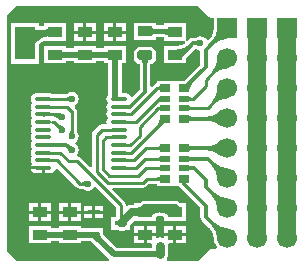
<source format=gtl>
G04*
G04 #@! TF.GenerationSoftware,Altium Limited,Altium Designer,22.2.1 (43)*
G04*
G04 Layer_Physical_Order=1*
G04 Layer_Color=204*
%FSTAX25Y25*%
%MOIN*%
G70*
G04*
G04 #@! TF.SameCoordinates,04582349-F352-462C-AFDD-1AE5C237541B*
G04*
G04*
G04 #@! TF.FilePolarity,Positive*
G04*
G01*
G75*
%ADD11C,0.01000*%
%ADD15R,0.05000X0.03500*%
G04:AMPARAMS|DCode=16|XSize=35mil|YSize=50mil|CornerRadius=0mil|HoleSize=0mil|Usage=FLASHONLY|Rotation=270.000|XOffset=0mil|YOffset=0mil|HoleType=Round|Shape=Octagon|*
%AMOCTAGOND16*
4,1,8,0.02500,0.00875,0.02500,-0.00875,0.01625,-0.01750,-0.01625,-0.01750,-0.02500,-0.00875,-0.02500,0.00875,-0.01625,0.01750,0.01625,0.01750,0.02500,0.00875,0.0*
%
%ADD16OCTAGOND16*%

%ADD17R,0.05000X0.03500*%
%ADD18O,0.05906X0.01181*%
%ADD19R,0.03543X0.02559*%
%ADD20R,0.03543X0.01968*%
%ADD21R,0.03937X0.01772*%
%ADD22R,0.07087X0.11024*%
%ADD33C,0.01181*%
%ADD34C,0.02598*%
%ADD35C,0.01299*%
%ADD36C,0.01575*%
%ADD37C,0.01968*%
%ADD38C,0.05906*%
%ADD39C,0.03150*%
%ADD40C,0.06693*%
%ADD41R,0.06693X0.06693*%
%ADD42C,0.02362*%
G36*
X0068865Y0082865D02*
X0068865Y0082865D01*
X0069385Y0082517D01*
X0069385Y0082517D01*
X0069385Y0082517D01*
D01*
X0069386Y0082516D01*
X0069386Y0082517D01*
X007Y0082394D01*
X0070473D01*
Y0079175D01*
X0070438Y0079D01*
X0070438D01*
X0070461Y0078974D01*
X0070298Y0077739D01*
X0069811Y0076563D01*
X006916Y0075714D01*
X0069061Y0075616D01*
X0069014Y0075577D01*
X0069018Y0075573D01*
X0069018Y0075573D01*
X0068561Y0075115D01*
X0068063Y0075164D01*
X0067703Y0075703D01*
X0066922Y0076225D01*
X0066Y0076408D01*
X0065078Y0076225D01*
X0064542Y0075867D01*
X00635D01*
X0062786Y0075725D01*
X006218Y007532D01*
X0061643Y0074782D01*
X0061485Y0074848D01*
X0061485D01*
X0061344Y0074906D01*
X0061181Y0074974D01*
Y0080672D01*
X0053819D01*
Y008003D01*
X0053799Y0080013D01*
X0053799D01*
X0053799Y0080007D01*
X0051181D01*
Y0080931D01*
X0043819D01*
Y0075069D01*
X0051181D01*
Y0075993D01*
X0053819D01*
Y0074809D01*
X0060846D01*
X0060931Y0074724D01*
X0060931Y0074724D01*
X006099Y0074666D01*
X0060957Y0074167D01*
X006048Y0073801D01*
X0059404Y0073355D01*
X0058274Y0073206D01*
X005825Y0073227D01*
Y0073227D01*
X0058069Y0073191D01*
X0053819D01*
Y0067329D01*
X0061181D01*
Y0069041D01*
X006177Y006963D01*
X0061814Y0069664D01*
Y0069664D01*
Y0069674D01*
X0064002Y0071862D01*
X0064029Y0071884D01*
Y0071884D01*
Y0071889D01*
X0064273Y0072133D01*
X0064542D01*
X0065078Y0071775D01*
X0065994Y0071593D01*
Y0066938D01*
X0061389Y0062333D01*
X0061389Y0062333D01*
X0061385Y0062337D01*
X0061361Y0062305D01*
X0060556Y00615D01*
X0057697D01*
D01*
D01*
X0057697Y00615D01*
X0057303D01*
Y00615D01*
X0051398D01*
Y0060705D01*
X0050983Y0060623D01*
X0050427Y0060251D01*
X0049768Y0059592D01*
X0049306Y0059784D01*
Y0067069D01*
X0049716D01*
X0051181Y0068534D01*
Y0071465D01*
X0049716Y0072931D01*
X0045284D01*
X0043819Y0071465D01*
Y0068534D01*
X0045284Y0067069D01*
X0045694D01*
Y0058605D01*
X0043295Y0056206D01*
X0042797Y0056255D01*
X0042438Y0056793D01*
X0041852Y0057185D01*
X0041161Y0057322D01*
X0039707D01*
Y0067329D01*
X0041181D01*
Y0073191D01*
X0033819D01*
Y0072468D01*
X0031181D01*
Y0073191D01*
X0023819D01*
Y0072468D01*
X0021181D01*
Y0073191D01*
X0013819D01*
Y0067329D01*
X0021181D01*
Y0068052D01*
X0023819D01*
Y0067329D01*
X0031181D01*
Y0068052D01*
X0033819D01*
Y0067329D01*
X0035292D01*
Y0056882D01*
X0035159Y0056793D01*
X0034767Y0056207D01*
X003463Y0055516D01*
X0034767Y0054825D01*
X0035159Y0054238D01*
Y0054234D01*
X0034767Y0053648D01*
X003463Y0052957D01*
X0034767Y0052265D01*
X0034767Y0052265D01*
X0034767Y0052265D01*
D01*
X0035159Y0051675D01*
X0034767Y0051089D01*
X003463Y0050398D01*
X0034767Y0049706D01*
X0035159Y004912D01*
Y0049116D01*
X0034767Y004853D01*
X003463Y0047839D01*
X0034721Y004738D01*
X0034404Y0046994D01*
X003318D01*
X0032524Y0046863D01*
X0031967Y0046492D01*
X0030188Y0044712D01*
X0029816Y0044156D01*
X0029686Y00435D01*
Y0032983D01*
X0029224Y0032792D01*
X0026104Y0035912D01*
X0025548Y0036284D01*
X0025088Y0036375D01*
X0024897Y0036837D01*
X0025325Y0037478D01*
X0025508Y00384D01*
X0025325Y0039322D01*
X0024803Y0040103D01*
X0024284Y004045D01*
Y004095D01*
X0024803Y0041297D01*
X0025325Y0042078D01*
X0025508Y0043D01*
X0025325Y0043922D01*
X0024832Y004466D01*
X0024814Y0044703D01*
Y005134D01*
X0024684Y0051996D01*
X0024312Y0052552D01*
X0024212Y0052652D01*
X0024032Y0052832D01*
X0024081Y005333D01*
X0024803Y0053813D01*
X0025325Y0054594D01*
X0025508Y0055516D01*
X0025325Y0056437D01*
X0024803Y0057219D01*
X0024022Y0057741D01*
X00231Y0057924D01*
X0022178Y0057741D01*
X0021419Y0057233D01*
X0021418Y0057234D01*
Y0057234D01*
X0021393Y0057223D01*
X0021392Y0057223D01*
D01*
X0021392Y0057223D01*
D01*
D01*
X0021383Y0057214D01*
X0019095D01*
X0019016Y005723D01*
X0016428D01*
X0015964Y0057322D01*
X0011239D01*
X0010548Y0057185D01*
X0009962Y0056793D01*
X0009571Y0056207D01*
X0009433Y0055516D01*
X0009571Y0054825D01*
X0009962Y0054238D01*
Y0054234D01*
X0009571Y0053648D01*
X0009433Y0052957D01*
X0009571Y0052265D01*
X0009571Y0052265D01*
X0009571Y0052265D01*
D01*
X0009962Y0051675D01*
X0009571Y0051089D01*
X0009433Y0050398D01*
X0009571Y0049706D01*
X0009962Y004912D01*
Y0049116D01*
X0009571Y004853D01*
X0009433Y0047839D01*
X0009571Y0047147D01*
X0009962Y0046561D01*
D01*
X0009962Y0046561D01*
X0009571Y0045971D01*
D01*
X0009571Y0045971D01*
X0009571Y0045971D01*
X0009433Y0045279D01*
X0009571Y0044588D01*
X0009962Y0044002D01*
Y0043998D01*
X0009571Y0043412D01*
X0009433Y004272D01*
X0009571Y0042029D01*
X0009571Y0042029D01*
X0009571Y0042029D01*
D01*
X0009962Y0041439D01*
X0009571Y0040853D01*
X0009433Y0040161D01*
X0009571Y003947D01*
X0009962Y0038884D01*
Y003888D01*
X0009571Y0038294D01*
X0009433Y0037602D01*
X0009571Y0036911D01*
X0009962Y0036325D01*
D01*
X0009962Y0036325D01*
X0009571Y0035735D01*
D01*
X0009571Y0035735D01*
X0009571Y0035735D01*
X0009433Y0035043D01*
X0009571Y0034352D01*
X0009962Y0033766D01*
Y0033762D01*
X0009571Y0033176D01*
X0009533Y0032984D01*
X0013602D01*
Y0032484D01*
X0014102D01*
Y0030678D01*
X0015964D01*
X0016655Y0030815D01*
X0017241Y0031207D01*
X0017633Y0031793D01*
X0017737Y0032316D01*
X0018215Y0032461D01*
X0024588Y0026088D01*
X0025144Y0025716D01*
X0025253Y0025695D01*
X00258Y0025586D01*
X0026797D01*
X002684Y0025568D01*
X0027578Y0025075D01*
X00285Y0024892D01*
X0029422Y0025075D01*
X0030203Y0025597D01*
X0030532Y0026089D01*
X0031029Y0026138D01*
X0037715Y0019453D01*
Y0016067D01*
X0036279D01*
Y0011933D01*
X0038058D01*
X0038461Y0011664D01*
X0039429Y0011471D01*
X0039764Y0011538D01*
X0040098Y0011471D01*
X0041066Y0011664D01*
X0041469Y0011933D01*
X0042579D01*
Y0013573D01*
X0043823Y0014818D01*
X0043845Y0014809D01*
Y0014809D01*
X0043845Y0014809D01*
X0051207D01*
Y0016207D01*
X0051651Y0016391D01*
X0052218Y0016465D01*
X0052809D01*
X0053375Y0016391D01*
X0053819Y0016207D01*
Y0014809D01*
X0061181D01*
Y0020671D01*
X0059373D01*
X0059298Y0020783D01*
X0058478Y0021331D01*
X005751Y0021523D01*
X0047526D01*
X0046558Y0021331D01*
X0045738Y0020783D01*
X0045663Y0020671D01*
X0043845D01*
Y0020269D01*
X0043169D01*
X0042201Y0020076D01*
X0041584Y0019664D01*
X0041143Y00199D01*
Y0020163D01*
X0041013Y0020819D01*
X0040641Y0021374D01*
X0036592Y0025424D01*
X0036783Y0025886D01*
X00468D01*
X0047456Y0026016D01*
X0048012Y0026388D01*
X0048871Y0027247D01*
X0051398D01*
Y00265D01*
X0057303D01*
Y00265D01*
X0057303D01*
X0057303Y00265D01*
X0057697D01*
Y00265D01*
X0058953D01*
X0058981Y0026359D01*
X0059372Y0025773D01*
X0065994Y0019152D01*
Y00162D01*
X0066131Y0015509D01*
X0066523Y0014923D01*
X0069018Y0012427D01*
X0069018Y0012427D01*
X0069014Y0012423D01*
X0069061Y0012384D01*
X006916Y0012286D01*
X0069811Y0011437D01*
X0070298Y0010261D01*
X0070449Y0009117D01*
X0070433Y0009D01*
X0070589Y0007818D01*
X0071045Y0006717D01*
X0071554Y0006054D01*
X0071333Y0005606D01*
X007D01*
X0069385Y0005483D01*
X0068865Y0005135D01*
X0068865Y0005135D01*
X0065335Y0001606D01*
X0054939D01*
X0054718Y0002054D01*
X0054939Y0002342D01*
X0055216Y0003012D01*
X0055311Y0003731D01*
Y000655D01*
X0055258Y0006953D01*
X0055588Y0007328D01*
X0057D01*
Y0009759D01*
X0053819D01*
Y000945D01*
X0053404Y0009172D01*
X0053251Y0009235D01*
X0052531Y000933D01*
X0051812Y0009235D01*
X0051623Y0009157D01*
X0051207Y0009435D01*
Y0009759D01*
X0048026D01*
Y0007328D01*
X0049475D01*
X0049805Y0006953D01*
X0049752Y000655D01*
Y0005908D01*
X0037974D01*
X0033732Y001015D01*
X0033689Y0010255D01*
X0033692Y001026D01*
X0033692D01*
X003365Y0010473D01*
Y0012327D01*
X0032192D01*
X0031484Y0012468D01*
X0030992Y001237D01*
X00305Y0012468D01*
X0026181D01*
Y0013191D01*
X0018819D01*
Y0012468D01*
X0016181D01*
Y0013191D01*
X0008819D01*
Y0007329D01*
X0016181D01*
Y0008052D01*
X0018819D01*
Y0007329D01*
X0026181D01*
Y0008052D01*
X0029585D01*
X0035499Y0002139D01*
D01*
X0035499D01*
Y0002139D01*
D01*
X0035499D01*
Y0002139D01*
X0035499D01*
X0035499Y0002139D01*
Y0002139D01*
X0035499Y0002139D01*
Y0002139D01*
X0035581Y0002084D01*
X0035436Y0001606D01*
X0004665D01*
X0001606Y0004665D01*
Y0083335D01*
X0004665Y0086394D01*
X0065335D01*
X0068865Y0082865D01*
D02*
G37*
%LPC*%
G36*
X0041181Y0080672D02*
X0038D01*
Y0078241D01*
X0041181D01*
Y0080672D01*
D02*
G37*
G36*
X0037D02*
X0033819D01*
Y0078241D01*
X0037D01*
Y0080672D01*
D02*
G37*
G36*
X0031181D02*
X0028D01*
Y0078241D01*
X0031181D01*
Y0080672D01*
D02*
G37*
G36*
X0027D02*
X0023819D01*
Y0078241D01*
X0027D01*
Y0080672D01*
D02*
G37*
G36*
X0041181Y0077241D02*
X0038D01*
Y0074809D01*
X0041181D01*
Y0077241D01*
D02*
G37*
G36*
X0037D02*
X0033819D01*
Y0074809D01*
X0037D01*
Y0077241D01*
D02*
G37*
G36*
X0031181D02*
X0028D01*
Y0074809D01*
X0031181D01*
Y0077241D01*
D02*
G37*
G36*
X0027D02*
X0023819D01*
Y0074809D01*
X0027D01*
Y0077241D01*
D02*
G37*
G36*
X0012224Y0080693D02*
X0002776D01*
Y0067307D01*
X0012224D01*
Y0073898D01*
X0012737Y0074319D01*
X0013742Y0074856D01*
X0013819Y0074809D01*
Y0074809D01*
X0021181D01*
Y0080672D01*
X0013819D01*
Y0079748D01*
X0012224D01*
Y0080693D01*
D02*
G37*
G36*
X0013102Y0031984D02*
X0009533D01*
X0009571Y0031793D01*
X0009962Y0031207D01*
X0010548Y0030815D01*
X0011239Y0030678D01*
X0013102D01*
Y0031984D01*
D02*
G37*
G36*
X0026181Y0020672D02*
X0023D01*
Y001824D01*
X0026181D01*
Y0020672D01*
D02*
G37*
G36*
X0022D02*
X0018819D01*
Y001824D01*
X0022D01*
Y0020672D01*
D02*
G37*
G36*
X0016181D02*
X0013D01*
Y001824D01*
X0016181D01*
Y0020672D01*
D02*
G37*
G36*
X0012D02*
X0008819D01*
Y001824D01*
X0012D01*
Y0020672D01*
D02*
G37*
G36*
X003365Y0019807D02*
X0031D01*
Y001824D01*
X003365D01*
Y0019807D01*
D02*
G37*
G36*
X003D02*
X002735D01*
Y001824D01*
X003D01*
Y0019807D01*
D02*
G37*
G36*
X003365Y001724D02*
X0031D01*
Y0015673D01*
X003365D01*
Y001724D01*
D02*
G37*
G36*
X003D02*
X002735D01*
Y0015673D01*
X003D01*
Y001724D01*
D02*
G37*
G36*
X0026181Y0017241D02*
X0023D01*
Y0014809D01*
X0026181D01*
Y0017241D01*
D02*
G37*
G36*
X0022D02*
X0018819D01*
Y0014809D01*
X0022D01*
Y0017241D01*
D02*
G37*
G36*
X0016181D02*
X0013D01*
Y0014809D01*
X0016181D01*
Y0017241D01*
D02*
G37*
G36*
X0012D02*
X0008819D01*
Y0014809D01*
X0012D01*
Y0017241D01*
D02*
G37*
G36*
X0061181Y0013191D02*
X0058D01*
Y0010759D01*
X0061181D01*
Y0013191D01*
D02*
G37*
G36*
X0057D02*
X0053819D01*
Y0010759D01*
X0057D01*
Y0013191D01*
D02*
G37*
G36*
X0051207D02*
X0048026D01*
Y0010759D01*
X0051207D01*
Y0013191D01*
D02*
G37*
G36*
X0047026D02*
X0043845D01*
Y0010759D01*
X0047026D01*
Y0013191D01*
D02*
G37*
G36*
X0061181Y0009759D02*
X0058D01*
Y0007328D01*
X0061181D01*
Y0009759D01*
D02*
G37*
G36*
X0047026D02*
X0043845D01*
Y0007328D01*
X0047026D01*
Y0009759D01*
D02*
G37*
%LPD*%
D11*
X0019223Y0049478D02*
G03*
X0018902Y0050398I-0001113J0000128D01*
G01*
X0018902Y0050398D02*
G03*
X0019822Y0050077I0000792J0000792D01*
G01*
X0020125Y0049626D02*
G03*
X0018261Y0050398I-0001864J-0001864D01*
G01*
X0019418Y0048918D02*
G03*
X0015847Y0050398I-0003571J-0003571D01*
G01*
X0028018Y0026818D02*
G03*
X0026856Y00273I-0001163J-0001163D01*
G01*
D02*
G03*
X0028018Y0027782I0J0001644D01*
G01*
X0019219Y0045279D02*
G03*
X0018737Y0046442I-0001644J0D01*
G01*
D02*
G03*
X00199Y0045961I0001163J0001163D01*
G01*
X0022618Y0043482D02*
G03*
X00231Y0044644I-0001163J0001163D01*
G01*
D02*
G03*
X0023582Y0043482I0001644J0D01*
G01*
X0022618Y0055034D02*
G03*
X0021494Y00555I-0001125J-0001125D01*
G01*
X0021418D02*
G03*
X0022618Y0055997I0J0001698D01*
G01*
X0075Y0067154D02*
G03*
X0071848Y0065848I0J-0004458D01*
G01*
X0075Y0066154D02*
G03*
X0070141Y0064141I0J-0006872D01*
G01*
X0071848Y0065848D02*
G03*
X0073154Y0069I-0003152J0003152D01*
G01*
X0070141Y0064141D02*
G03*
X0072154Y0069I-0004859J0004859D01*
G01*
X0075Y0057153D02*
G03*
X0071848Y0055848I0J-0004458D01*
G01*
X0075Y0056154D02*
G03*
X0070141Y0054141I0J-0006872D01*
G01*
X0071848Y0055848D02*
G03*
X0073154Y0059I-0003152J0003152D01*
G01*
X0070141Y0054141D02*
G03*
X0072154Y0059I-0004859J0004859D01*
G01*
X0039156Y0014273D02*
G03*
X0039429Y0014931I-0000659J0000659D01*
G01*
D02*
G03*
X0039702Y0014273I0000931J0D01*
G01*
X0061779Y0055917D02*
G03*
X0062606Y0055575I0000827J0000827D01*
G01*
D02*
G03*
X0061779Y0055232I0J-0001169D01*
G01*
Y0052768D02*
G03*
X0062606Y0052425I0000827J0000827D01*
G01*
D02*
G03*
X0061779Y0052083I0J-0001169D01*
G01*
X0052179Y004679D02*
G03*
X0053079Y0048961I-0002171J0002171D01*
G01*
X0053221Y0052083D02*
G03*
X0052394Y0052425I-0000827J-0000827D01*
G01*
D02*
G03*
X0053221Y0052768I0J0001169D01*
G01*
Y0055232D02*
G03*
X0052394Y0055575I-0000827J-0000827D01*
G01*
D02*
G03*
X0053221Y0055917I0J0001169D01*
G01*
X0053307Y0058488D02*
G03*
X0051976Y0059039I-0001331J-0001331D01*
G01*
D02*
G03*
X0053307Y0059591I0J0001882D01*
G01*
Y0028409D02*
G03*
X0051976Y0028961I-0001331J-0001331D01*
G01*
D02*
G03*
X0053307Y0029512I0J0001882D01*
G01*
X0053221Y0032083D02*
G03*
X0052394Y0032425I-0000827J-0000827D01*
G01*
D02*
G03*
X0053221Y0032768I0J0001169D01*
G01*
Y0035232D02*
G03*
X0052394Y0035575I-0000827J-0000827D01*
G01*
D02*
G03*
X0053221Y0035917I0J0001169D01*
G01*
X0053307Y0038488D02*
G03*
X0051976Y0039039I-0001331J-0001331D01*
G01*
D02*
G03*
X0053307Y0039591I0J0001882D01*
G01*
X0039429Y0014D02*
Y0020163D01*
X0024892Y00347D02*
X0039429Y0020163D01*
X0022139Y00347D02*
X0024892D01*
X00334Y0032128D02*
X0035628Y00299D01*
X00334Y0032128D02*
Y00416D01*
X0034521Y004272D01*
X00314Y00435D02*
X003318Y0045279D01*
X00314Y00313D02*
Y00435D01*
Y00313D02*
X00351Y00276D01*
X0035628Y00299D02*
X00452D01*
X00351Y00276D02*
X00468D01*
X00258Y00273D02*
X00285D01*
X0018057Y0035043D02*
X00258Y00273D01*
X0019236Y0037602D02*
X0022139Y00347D01*
X0013602Y0037602D02*
X0019236D01*
X0013602Y0035043D02*
X0018057D01*
X006065Y0052425D02*
X0068425D01*
X0075Y0059D01*
X00678Y00618D02*
X0075Y0069D01*
X00678Y00597D02*
Y00618D01*
X0063675Y0055575D02*
X00678Y00597D01*
X006065Y0055575D02*
X0063675D01*
X0038798Y0050398D02*
X0042998D01*
X0048161Y0028961D02*
X005435D01*
X00468Y00276D02*
X0048161Y0028961D01*
X003318Y0045279D02*
X0038798D01*
X0047725Y0032425D02*
X005435D01*
X00452Y00299D02*
X0047725Y0032425D01*
X0034521Y004272D02*
X0038798D01*
X0047475Y0035575D02*
X005435D01*
X0044384Y0032484D02*
X0047475Y0035575D01*
X0038798Y0032484D02*
X0044384D01*
X0047739Y0039039D02*
X005435D01*
X0043743Y0035043D02*
X0047739Y0039039D01*
X0038798Y0035043D02*
X0043743D01*
X0038798Y0037602D02*
X0042992D01*
X005435Y0048961D01*
X0038798Y0040161D02*
X0042661D01*
X00457Y00432D01*
Y0046272D01*
X0051854Y0052425D01*
X005435D01*
X0038798Y0047839D02*
X0044439D01*
X0052175Y0055575D01*
X005435D01*
X0042998Y0050398D02*
X0051639Y0059039D01*
X005435D01*
X0019031Y00555D02*
X00231D01*
X0019016Y0055516D02*
X0019031Y00555D01*
X0018902Y0050398D02*
X00199Y00494D01*
X0013602Y0050398D02*
X0018902D01*
X0023Y005144D02*
X00231Y005134D01*
Y0043D02*
Y005134D01*
X00164Y0047839D02*
X0017341D01*
X00199Y0045279D01*
X0021483Y0052957D02*
X0023Y005144D01*
X0013602Y0052957D02*
X0021483D01*
X0013602Y0055516D02*
X0019016D01*
X0013602Y0050398D02*
X0013699Y00503D01*
X0013602Y0050398D02*
X0013604Y00504D01*
D15*
X00475Y0078D02*
D03*
D16*
Y007D02*
D03*
D17*
X00375Y007026D02*
D03*
Y0077741D02*
D03*
X00575Y007026D02*
D03*
Y0077741D02*
D03*
X00275Y007026D02*
D03*
Y0077741D02*
D03*
X00175Y007026D02*
D03*
Y0077741D02*
D03*
X0047526Y001774D02*
D03*
Y001026D02*
D03*
X00125Y001026D02*
D03*
Y001774D02*
D03*
X00575Y001026D02*
D03*
Y001774D02*
D03*
X00225Y001774D02*
D03*
Y001026D02*
D03*
D18*
X0013602Y0055516D02*
D03*
Y0052957D02*
D03*
Y0050398D02*
D03*
Y0047839D02*
D03*
Y0045279D02*
D03*
Y004272D02*
D03*
Y0040161D02*
D03*
Y0037602D02*
D03*
Y0035043D02*
D03*
Y0032484D02*
D03*
X0038798Y0055516D02*
D03*
Y0052957D02*
D03*
Y0050398D02*
D03*
Y0047839D02*
D03*
Y0045279D02*
D03*
Y004272D02*
D03*
Y0040161D02*
D03*
Y0037602D02*
D03*
Y0035043D02*
D03*
Y0032484D02*
D03*
D19*
X005435Y0039039D02*
D03*
Y0028961D02*
D03*
X006065D02*
D03*
Y0039039D02*
D03*
X005435Y0059039D02*
D03*
Y0048961D02*
D03*
X006065D02*
D03*
Y0059039D02*
D03*
D20*
X005435Y0035575D02*
D03*
Y0032425D02*
D03*
X006065D02*
D03*
Y0035575D02*
D03*
X005435Y0055575D02*
D03*
Y0052425D02*
D03*
X006065D02*
D03*
Y0055575D02*
D03*
D21*
X00305Y001774D02*
D03*
Y001026D02*
D03*
X0039429Y0014D02*
D03*
D22*
X00075Y0074D02*
D03*
D33*
X002251Y00384D02*
G03*
X0022092Y0039408I-0001426J0D01*
G01*
D02*
G03*
X00231Y0038991I0001008J0001008D01*
G01*
X0073425Y0009D02*
G03*
X0072312Y0011688I-0003802J0D01*
G01*
X0072244Y0009D02*
G03*
X0070295Y0013705I-0006653J0D01*
G01*
X0072312Y0011688D02*
G03*
X0075Y0010575I0002688J0002688D01*
G01*
X0070295Y0013705D02*
G03*
X0075Y0011756I0004705J0004705D01*
G01*
X0073425Y0019D02*
G03*
X0072312Y0021688I-0003802J0D01*
G01*
X0072244Y0019D02*
G03*
X0070295Y0023705I-0006653J0D01*
G01*
X0072312Y0021688D02*
G03*
X0075Y0020575I0002688J0002688D01*
G01*
X0070295Y0023705D02*
G03*
X0075Y0021756I0004705J0004705D01*
G01*
Y0077425D02*
G03*
X0072312Y0076312I0J-0003802D01*
G01*
X0075Y0076244D02*
G03*
X0070295Y0074295I0J-0006653D01*
G01*
X0072312Y0076312D02*
G03*
X0073425Y0079I-0002688J0002688D01*
G01*
X0070295Y0074295D02*
G03*
X0072244Y0079I-0004705J0004705D01*
G01*
X0073887Y0047886D02*
G03*
X0071293Y0048961I-0002593J-0002593D01*
G01*
X0073051Y0047051D02*
G03*
X0068442Y0048961I-000461J-000461D01*
G01*
X0071103D02*
G03*
X0073887Y0050113I0J0003936D01*
G01*
X0068252Y0048961D02*
G03*
X0073051Y0050949I0J0006788D01*
G01*
X0073887Y0037887D02*
G03*
X0071103Y0039039I-0002783J-0002783D01*
G01*
X0073051Y0037051D02*
G03*
X0068252Y0039039I-00048J-00048D01*
G01*
X0071293D02*
G03*
X0073887Y0040113I0J0003667D01*
G01*
X0068442Y0039039D02*
G03*
X0073051Y0040949I0J0006519D01*
G01*
X0073425Y0029D02*
G03*
X0072312Y0031688I-0003802J0D01*
G01*
X0072244Y0029D02*
G03*
X0070295Y0033705I-0006653J0D01*
G01*
X0072312Y0031688D02*
G03*
X0075Y0030575I0002688J0002688D01*
G01*
X0070295Y0033705D02*
G03*
X0075Y0031756I0004705J0004705D01*
G01*
X0062666Y0061056D02*
G03*
X0061831Y0059039I0002016J-0002016D01*
G01*
X0061629Y0049448D02*
G03*
X0062805Y0048961I0001176J0001176D01*
G01*
D02*
G03*
X0061629Y0048474I0J-0001663D01*
G01*
Y0039527D02*
G03*
X0062805Y0039039I0001176J0001176D01*
G01*
D02*
G03*
X0061629Y0038552I0J-0001663D01*
G01*
X0061137Y0028473D02*
G03*
X006065Y0027297I0001176J-0001176D01*
G01*
D02*
G03*
X0060162Y0028473I-0001663J0D01*
G01*
X004832Y006918D02*
G03*
X00475Y0067201I0001979J-0001979D01*
G01*
D02*
G03*
X004668Y006918I-0002799J0D01*
G01*
X0038798Y0052957D02*
X00426D01*
X00475Y0057857D01*
Y007D01*
X00678Y00718D02*
X0075Y0079D01*
X00678Y006619D02*
Y00718D01*
X006065Y0059039D02*
X00678Y006619D01*
X006065Y002705D02*
X00678Y00199D01*
Y00162D02*
Y00199D01*
Y00162D02*
X0075Y0009D01*
X00678Y00262D02*
Y00284D01*
X0063775Y0032425D02*
X00678Y00284D01*
X006065Y0032425D02*
X0063775D01*
X006065Y002705D02*
Y0028961D01*
X00678Y00262D02*
X0075Y0019D01*
X0068425Y0035575D02*
X0075Y0029D01*
X006065Y0035575D02*
X0068425D01*
X0074961Y0039039D02*
X0075Y0039D01*
X006065Y0039039D02*
X0074961D01*
X0074961Y0048961D02*
X0075Y0049D01*
X006065Y0048961D02*
X0074961D01*
X0021339Y0040161D02*
X00231Y00384D01*
X0013602Y0040161D02*
X0021339D01*
D34*
X0044774Y001774D02*
G03*
X0047615Y0018916I0J0004017D01*
G01*
X0040572Y0015143D02*
G03*
X0040098Y0014I0001142J-0001142D01*
G01*
X0056432Y0017421D02*
G03*
X0052633Y0018994I-0003798J-0003798D01*
G01*
X0052393D02*
G03*
X0048595Y0017421I0J-0005372D01*
G01*
X0047526Y0018994D02*
X005751D01*
X0039429Y0014D02*
X0043169Y001774D01*
X0047526D01*
D35*
X0065624Y0073624D02*
G03*
X0064717Y0074I-0000907J-0000907D01*
G01*
D02*
G03*
X0065624Y0074376I0J0001283D01*
G01*
X005825Y0070061D02*
G03*
X0060489Y0070989I0J0003167D01*
G01*
X005825Y0071361D02*
G03*
X0062707Y0073207I0J0006303D01*
G01*
X005976Y007026D02*
X00635Y0074D01*
X0066D01*
X00575Y007026D02*
X005976D01*
D36*
X0010813Y0077313D02*
G03*
X0010256Y0075968I0001344J-0001344D01*
G01*
X0014021Y0077741D02*
G03*
X0008388Y0075189I0J-0007496D01*
G01*
X0017499Y0077741D02*
G03*
X0009571Y0074151I0J-0010549D01*
G01*
X0016069Y007706D02*
G03*
X0014426Y0077741I-0001643J-0001643D01*
G01*
D02*
G03*
X0016069Y0078421I0J0002324D01*
G01*
X0056069Y007706D02*
G03*
X0053799Y0078I-000227J-000227D01*
G01*
X0048931Y0078681D02*
G03*
X0050574Y0078I0001643J0001643D01*
G01*
D02*
G03*
X0048931Y0077319I0J-0002324D01*
G01*
X00075Y0074D02*
X0011241Y0077741D01*
X00175D01*
X005724Y0078D02*
X00575Y0077741D01*
X00475Y0078D02*
X005724D01*
D37*
X0031484Y001026D02*
G03*
X003218Y000858I0002376J0D01*
G01*
X0021208Y0009719D02*
G03*
X0019901Y001026I-0001307J-0001307D01*
G01*
X0019901D02*
G03*
X0021208Y0010802I-0J0001849D01*
G01*
X0023791D02*
G03*
X0025098Y001026I0001307J0001307D01*
G01*
X0025098D02*
G03*
X0023791Y0009719I-0J-0001849D01*
G01*
X0013791Y0010802D02*
G03*
X0015099Y001026I0001308J0001308D01*
G01*
X0015098D02*
G03*
X0013791Y0009719I0J-0001848D01*
G01*
X0018791Y0070802D02*
G03*
X0020098Y007026I0001307J0001307D01*
G01*
D02*
G03*
X0018791Y0069719I0J-0001849D01*
G01*
X0026208D02*
G03*
X0024901Y007026I-0001307J-0001307D01*
G01*
D02*
G03*
X0026208Y0070802I0J0001849D01*
G01*
X0028791D02*
G03*
X0030098Y007026I0001307J0001307D01*
G01*
D02*
G03*
X0028791Y0069719I0J-0001849D01*
G01*
X0036208D02*
G03*
X0034901Y007026I-0001307J-0001307D01*
G01*
D02*
G03*
X0036208Y0070802I0J0001849D01*
G01*
X0038041Y0069719D02*
G03*
X00375Y0068411I0001307J-0001307D01*
G01*
D02*
G03*
X0036958Y0069719I-0001849J0D01*
G01*
X003706Y00037D02*
X00525D01*
X00305Y001026D02*
X003706Y00037D01*
X00125Y001026D02*
X00305D01*
X0047526Y001774D02*
Y0018994D01*
X00125Y001026D02*
X00125Y001026D01*
X00175Y007026D02*
X00275D01*
X00375D01*
Y0056D02*
Y007026D01*
D38*
X0095Y0069D02*
Y0079D01*
Y0059D02*
Y0069D01*
Y0049D02*
Y0059D01*
Y0039D02*
Y0049D01*
Y0029D02*
Y0039D01*
Y0019D02*
Y0029D01*
Y0009D02*
Y0019D01*
X0085Y0069D02*
Y0079D01*
Y0059D02*
Y0069D01*
Y0049D02*
Y0059D01*
Y0039D02*
Y0049D01*
Y0029D02*
Y0039D01*
Y0019D02*
Y0029D01*
Y0009D02*
Y0019D01*
D39*
X00525Y00037D02*
X0052531Y0003731D01*
Y000655D01*
D40*
X0095Y0029D02*
D03*
Y0039D02*
D03*
Y0049D02*
D03*
Y0059D02*
D03*
Y0069D02*
D03*
Y0019D02*
D03*
Y0009D02*
D03*
X0085Y0029D02*
D03*
Y0039D02*
D03*
Y0049D02*
D03*
Y0059D02*
D03*
Y0069D02*
D03*
Y0019D02*
D03*
Y0009D02*
D03*
X0075Y0029D02*
D03*
Y0039D02*
D03*
Y0049D02*
D03*
Y0059D02*
D03*
Y0069D02*
D03*
Y0019D02*
D03*
Y0009D02*
D03*
D41*
X0095Y0079D02*
D03*
X0085D02*
D03*
X0075D02*
D03*
D42*
X0066D02*
D03*
X00575Y0004D02*
D03*
X00625D02*
D03*
X00425Y0074D02*
D03*
X0042579Y0064D02*
D03*
X0005Y0084D02*
D03*
X0025D02*
D03*
X003D02*
D03*
X0035D02*
D03*
X004D02*
D03*
X0045D02*
D03*
X001Y0064D02*
D03*
X0015D02*
D03*
X002D02*
D03*
X0025D02*
D03*
X003D02*
D03*
X0055D02*
D03*
Y0024D02*
D03*
X005D02*
D03*
X0045D02*
D03*
X0065Y0014D02*
D03*
Y0009D02*
D03*
X001Y0004D02*
D03*
Y0024D02*
D03*
X0005Y0064D02*
D03*
Y0049D02*
D03*
Y0044D02*
D03*
Y0039D02*
D03*
Y0034D02*
D03*
Y0029D02*
D03*
Y0024D02*
D03*
Y0019D02*
D03*
Y0014D02*
D03*
Y0009D02*
D03*
X00525Y00037D02*
D03*
X0052531Y000655D02*
D03*
X0066Y0074D02*
D03*
X0047532Y0019D02*
D03*
X0057516D02*
D03*
X00525D02*
D03*
X00231Y0055516D02*
D03*
Y0043D02*
D03*
X00199Y0045279D02*
D03*
X00285Y00273D02*
D03*
X00231Y00384D02*
D03*
X00199Y00494D02*
D03*
M02*

</source>
